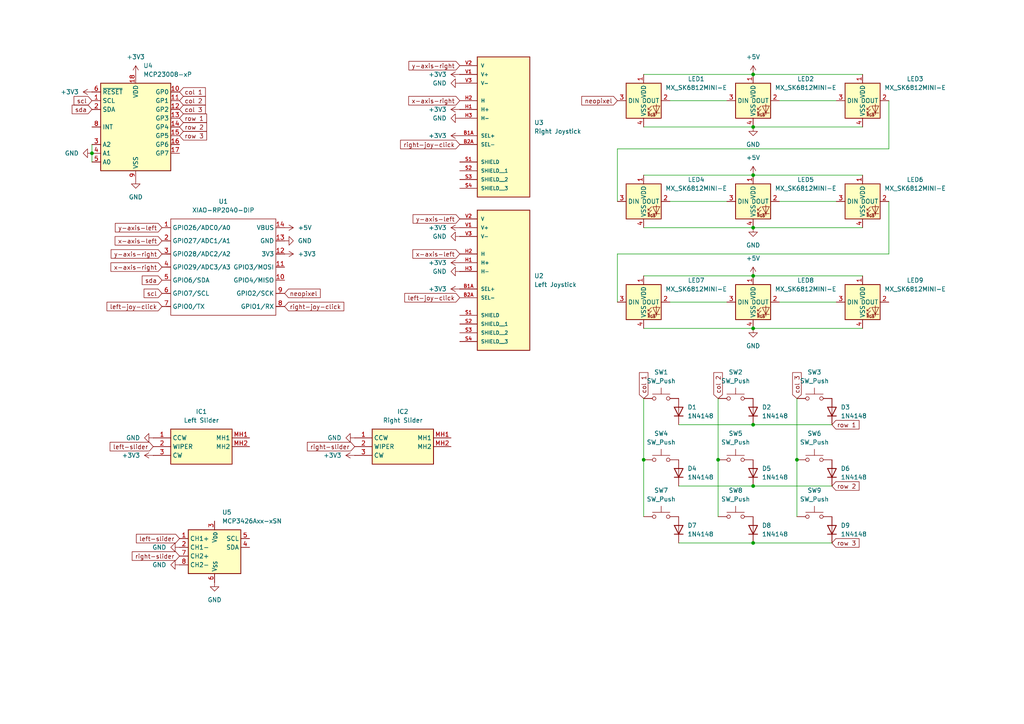
<source format=kicad_sch>
(kicad_sch (version 20231120) (generator "eeschema") (generator_version "8.0")
  (paper "A4")
  (lib_symbols
    (symbol "Analog_ADC:MCP3426Axx-xSN"
      (property "Reference" "U" (at -6.35 8.89 0))
      (property "Value" "MCP3426Axx-xSN" (at 1.27 8.89 0))
      (symbol "MCP3426Axx-xSN_0_1"
        (rectangle (start -7.62 7.62) (end 7.62 -5.08) (stroke (width 0.254)) (fill (type background)))
      )
      (symbol "MCP3426Axx-xSN_1_1"
        (pin input line (at -10.16 5.08 0) (length 2.54) (name "CH1+") (number "1"))
        (pin input line (at -10.16 2.54 0) (length 2.54) (name "CH1-") (number "2"))
        (pin power_in line (at 0 10.16 270) (length 2.54) (name "V_{DD}") (number "3"))
        (pin bidirectional line (at 10.16 2.54 180) (length 2.54) (name "SDA") (number "4"))
        (pin input line (at 10.16 5.08 180) (length 2.54) (name "SCL") (number "5"))
        (pin power_in line (at 0 -7.62 90) (length 2.54) (name "V_{SS}") (number "6"))
        (pin input line (at -10.16 0 0) (length 2.54) (name "CH2+") (number "7"))
        (pin input line (at -10.16 -2.54 0) (length 2.54) (name "CH2-") (number "8"))
      )
    )
    (symbol "COM-09032:COM-09032" (pin_names (offset 1.016))
      (property "Reference" "U" (at -7.62 16.002 0))
      (property "Value" "COM-09032" (at -7.62 -27.94 0))
      (symbol "COM-09032_0_0"
        (rectangle (start -7.62 -25.4) (end 7.62 15.24) (stroke (width 0.254)) (fill (type background)))
        (pin passive line (at -12.7 -7.62 0) (length 5.08) (name "SEL+") (number "B1A"))
        (pin passive line (at -12.7 -10.16 0) (length 5.08) (name "SEL-") (number "B2A"))
        (pin passive line (at -12.7 0 0) (length 5.08) (name "H+") (number "H1"))
        (pin passive line (at -12.7 2.54 0) (length 5.08) (name "H") (number "H2"))
        (pin passive line (at -12.7 -2.54 0) (length 5.08) (name "H-") (number "H3"))
        (pin passive line (at -12.7 -15.24 0) (length 5.08) (name "SHIELD") (number "S1"))
        (pin passive line (at -12.7 -17.78 0) (length 5.08) (name "SHIELD__1") (number "S2"))
        (pin passive line (at -12.7 -20.32 0) (length 5.08) (name "SHIELD__2") (number "S3"))
        (pin passive line (at -12.7 -22.86 0) (length 5.08) (name "SHIELD__3") (number "S4"))
        (pin passive line (at -12.7 10.16 0) (length 5.08) (name "V+") (number "V1"))
        (pin passive line (at -12.7 12.7 0) (length 5.08) (name "V") (number "V2"))
        (pin passive line (at -12.7 7.62 0) (length 5.08) (name "V-") (number "V3"))
      )
    )
    (symbol "Diode:1N4148" (pin_numbers hide) (pin_names hide)
      (property "Reference" "D" (at 0 2.54 0))
      (property "Value" "1N4148" (at 0 -2.54 0))
      (symbol "1N4148_0_1"
        (polyline (pts (xy -1.27 1.27) (xy -1.27 -1.27)) (stroke (width 0.254)))
        (polyline (pts (xy 1.27 0) (xy -1.27 0)))
        (polyline (pts (xy 1.27 1.27) (xy 1.27 -1.27) (xy -1.27 0) (xy 1.27 1.27)) (stroke (width 0.254)))
      )
      (symbol "1N4148_1_1"
        (pin passive line (at -3.81 0 0) (length 2.54) (name "K") (number "1"))
        (pin passive line (at 3.81 0 180) (length 2.54) (name "A") (number "2"))
      )
    )
    (symbol "Interface_Expansion:MCP23008-xP"
      (property "Reference" "U" (at -8.89 13.97 0))
      (property "Value" "MCP23008-xP" (at 8.89 13.97 0))
      (symbol "MCP23008-xP_0_1"
        (rectangle (start -10.16 12.7) (end 10.16 -12.7) (stroke (width 0.254)) (fill (type background)))
      )
      (symbol "MCP23008-xP_1_1"
        (pin input line (at -12.7 7.62 0) (length 2.54) (name "SCL") (number "1"))
        (pin bidirectional line (at 12.7 10.16 180) (length 2.54) (name "GP0") (number "10"))
        (pin bidirectional line (at 12.7 7.62 180) (length 2.54) (name "GP1") (number "11"))
        (pin bidirectional line (at 12.7 5.08 180) (length 2.54) (name "GP2") (number "12"))
        (pin bidirectional line (at 12.7 2.54 180) (length 2.54) (name "GP3") (number "13"))
        (pin bidirectional line (at 12.7 0 180) (length 2.54) (name "GP4") (number "14"))
        (pin bidirectional line (at 12.7 -2.54 180) (length 2.54) (name "GP5") (number "15"))
        (pin bidirectional line (at 12.7 -5.08 180) (length 2.54) (name "GP6") (number "16"))
        (pin bidirectional line (at 12.7 -7.62 180) (length 2.54) (name "GP7") (number "17"))
        (pin power_in line (at 0 15.24 270) (length 2.54) (name "VDD") (number "18"))
        (pin bidirectional line (at -12.7 5.08 0) (length 2.54) (name "SDA") (number "2"))
        (pin input line (at -12.7 -5.08 0) (length 2.54) (name "A2") (number "3"))
        (pin input line (at -12.7 -7.62 0) (length 2.54) (name "A1") (number "4"))
        (pin input line (at -12.7 -10.16 0) (length 2.54) (name "A0") (number "5"))
        (pin input line (at -12.7 10.16 0) (length 2.54) (name "~{RESET}") (number "6"))
        (pin no_connect line (at -10.16 -2.54 0) (length 2.54) hide (name "NC") (number "7"))
        (pin output line (at -12.7 0 0) (length 2.54) (name "INT") (number "8"))
        (pin power_in line (at 0 -15.24 90) (length 2.54) (name "VSS") (number "9"))
      )
    )
    (symbol "PCM_marbastlib-mx:MX_SK6812MINI-E"
      (property "Reference" "LED" (at 3.175 6.35 0))
      (property "Value" "MX_SK6812MINI-E" (at 10.16 -6.985 0))
      (symbol "MX_SK6812MINI-E_0_0"
        (text "RGB" (at 2.286 -4.191 0) (effects (font (size 0.762 0.762))))
      )
      (symbol "MX_SK6812MINI-E_0_1"
        (rectangle (start -5.08 5.08) (end 5.08 -5.08) (stroke (width 0.254)) (fill (type background)))
        (polyline (pts (xy 1.27 -3.556) (xy 1.778 -3.556)))
        (polyline (pts (xy 1.27 -2.54) (xy 1.778 -2.54)))
        (polyline (pts (xy 4.699 -3.556) (xy 2.667 -3.556)))
        (polyline (pts (xy 2.286 -2.54) (xy 1.27 -3.556) (xy 1.27 -3.048)))
        (polyline (pts (xy 2.286 -1.524) (xy 1.27 -2.54) (xy 1.27 -2.032)))
        (polyline (pts (xy 3.683 -1.016) (xy 3.683 -3.556) (xy 3.683 -4.064)))
        (polyline (pts (xy 4.699 -1.524) (xy 2.667 -1.524) (xy 3.683 -3.556) (xy 4.699 -1.524)))
      )
      (symbol "MX_SK6812MINI-E_1_1"
        (pin power_in line (at 0 7.62 270) (length 2.54) (name "VDD") (number "1"))
        (pin output line (at 7.62 0 180) (length 2.54) (name "DOUT") (number "2"))
        (pin input line (at -7.62 0 0) (length 2.54) (name "DIN") (number "3"))
        (pin power_in line (at 0 -7.62 90) (length 2.54) (name "VSS") (number "4"))
      )
    )
    (symbol "RS30111AC00V:RS30111AC00V"
      (property "Reference" "IC" (at 24.13 7.62 0))
      (property "Value" "RS30111AC00V" (at 24.13 5.08 0))
      (symbol "RS30111AC00V_1_1"
        (rectangle (start 5.08 2.54) (end 22.86 -7.62) (stroke (width 0.254)) (fill (type background)))
        (pin passive line (at 0 0 0) (length 5.08) (name "CCW") (number "1"))
        (pin passive line (at 0 -2.54 0) (length 5.08) (name "WIPER") (number "2"))
        (pin passive line (at 0 -5.08 0) (length 5.08) (name "CW") (number "3"))
        (pin passive line (at 27.94 0 180) (length 5.08) (name "MH1") (number "MH1"))
        (pin passive line (at 27.94 -2.54 180) (length 5.08) (name "MH2") (number "MH2"))
      )
    )
    (symbol "Seeed_Studio_XIAO_Series:XIAO-RP2040-DIP"
      (property "Reference" "U" (at 0 0 0))
      (property "Value" "XIAO-RP2040-DIP" (at 5.334 -1.778 0))
      (symbol "XIAO-RP2040-DIP_1_0"
        (polyline (pts (xy -1.27 -30.48) (xy -1.27 -16.51)) (stroke (width 0.1524)))
        (polyline (pts (xy -1.27 -27.94) (xy -2.54 -27.94)) (stroke (width 0.1524)))
        (polyline (pts (xy -1.27 -24.13) (xy -2.54 -24.13)) (stroke (width 0.1524)))
        (polyline (pts (xy -1.27 -20.32) (xy -2.54 -20.32)) (stroke (width 0.1524)))
        (polyline (pts (xy -1.27 -16.51) (xy -2.54 -16.51)) (stroke (width 0.1524)))
        (polyline (pts (xy -1.27 -16.51) (xy -1.27 -12.7)) (stroke (width 0.1524)))
        (polyline (pts (xy -1.27 -12.7) (xy -2.54 -12.7)) (stroke (width 0.1524)))
        (polyline (pts (xy -1.27 -12.7) (xy -1.27 -8.89)) (stroke (width 0.1524)))
        (polyline (pts (xy -1.27 -8.89) (xy -2.54 -8.89)) (stroke (width 0.1524)))
        (polyline (pts (xy -1.27 -8.89) (xy -1.27 -5.08)) (stroke (width 0.1524)))
        (polyline (pts (xy -1.27 -5.08) (xy -2.54 -5.08)) (stroke (width 0.1524)))
        (polyline (pts (xy -1.27 -5.08) (xy -1.27 -2.54)) (stroke (width 0.1524)))
        (polyline (pts (xy -1.27 -2.54) (xy 29.21 -2.54)) (stroke (width 0.1524)))
        (polyline (pts (xy 29.21 -30.48) (xy -1.27 -30.48)) (stroke (width 0.1524)))
        (polyline (pts (xy 29.21 -12.7) (xy 29.21 -30.48)) (stroke (width 0.1524)))
        (polyline (pts (xy 29.21 -8.89) (xy 29.21 -12.7)) (stroke (width 0.1524)))
        (polyline (pts (xy 29.21 -5.08) (xy 29.21 -8.89)) (stroke (width 0.1524)))
        (polyline (pts (xy 29.21 -2.54) (xy 29.21 -5.08)) (stroke (width 0.1524)))
        (polyline (pts (xy 30.48 -27.94) (xy 29.21 -27.94)) (stroke (width 0.1524)))
        (polyline (pts (xy 30.48 -24.13) (xy 29.21 -24.13)) (stroke (width 0.1524)))
        (polyline (pts (xy 30.48 -20.32) (xy 29.21 -20.32)) (stroke (width 0.1524)))
        (polyline (pts (xy 30.48 -16.51) (xy 29.21 -16.51)) (stroke (width 0.1524)))
        (polyline (pts (xy 30.48 -12.7) (xy 29.21 -12.7)) (stroke (width 0.1524)))
        (polyline (pts (xy 30.48 -8.89) (xy 29.21 -8.89)) (stroke (width 0.1524)))
        (polyline (pts (xy 30.48 -5.08) (xy 29.21 -5.08)) (stroke (width 0.1524)))
        (pin passive line (at -3.81 -5.08 0) (length 2.54) (name "GPIO26/ADC0/A0") (number "1"))
        (pin passive line (at 31.75 -20.32 180) (length 2.54) (name "GPIO4/MISO") (number "10"))
        (pin passive line (at 31.75 -16.51 180) (length 2.54) (name "GPIO3/MOSI") (number "11"))
        (pin passive line (at 31.75 -12.7 180) (length 2.54) (name "3V3") (number "12"))
        (pin passive line (at 31.75 -8.89 180) (length 2.54) (name "GND") (number "13"))
        (pin passive line (at 31.75 -5.08 180) (length 2.54) (name "VBUS") (number "14"))
        (pin passive line (at -3.81 -8.89 0) (length 2.54) (name "GPIO27/ADC1/A1") (number "2"))
        (pin passive line (at -3.81 -12.7 0) (length 2.54) (name "GPIO28/ADC2/A2") (number "3"))
        (pin passive line (at -3.81 -16.51 0) (length 2.54) (name "GPIO29/ADC3/A3") (number "4"))
        (pin passive line (at -3.81 -20.32 0) (length 2.54) (name "GPIO6/SDA") (number "5"))
        (pin passive line (at -3.81 -24.13 0) (length 2.54) (name "GPIO7/SCL") (number "6"))
        (pin passive line (at -3.81 -27.94 0) (length 2.54) (name "GPIO0/TX") (number "7"))
        (pin passive line (at 31.75 -27.94 180) (length 2.54) (name "GPIO1/RX") (number "8"))
        (pin passive line (at 31.75 -24.13 180) (length 2.54) (name "GPIO2/SCK") (number "9"))
      )
    )
    (symbol "Switch:SW_Push" (pin_numbers hide) (pin_names (offset 1.016) hide)
      (property "Reference" "SW" (at 1.27 2.54 0))
      (property "Value" "SW_Push" (at 0 -1.524 0))
      (symbol "SW_Push_0_1"
        (circle (center -2.032 0) (radius 0.508))
        (polyline (pts (xy 0 1.27) (xy 0 3.048)))
        (polyline (pts (xy 2.54 1.27) (xy -2.54 1.27)))
        (circle (center 2.032 0) (radius 0.508))
        (pin passive line (at -5.08 0 0) (length 2.54) (name "1") (number "1"))
        (pin passive line (at 5.08 0 180) (length 2.54) (name "2") (number "2"))
      )
    )
    (symbol "power:+3V3" (power) (pin_numbers hide) (pin_names (offset 0) hide)
      (property "Value" "+3V3" (at 0 3.556 0))
      (symbol "+3V3_0_1"
        (polyline (pts (xy -0.762 1.27) (xy 0 2.54)))
        (polyline (pts (xy 0 0) (xy 0 2.54)))
        (polyline (pts (xy 0 2.54) (xy 0.762 1.27)))
      )
      (symbol "+3V3_1_1"
        (pin power_in line (at 0 0 90) (length 0) (name "~") (number "1"))
      )
    )
    (symbol "power:+5V" (power) (pin_numbers hide) (pin_names (offset 0) hide)
      (property "Value" "+5V" (at 0 3.556 0))
      (symbol "+5V_0_1"
        (polyline (pts (xy -0.762 1.27) (xy 0 2.54)))
        (polyline (pts (xy 0 0) (xy 0 2.54)))
        (polyline (pts (xy 0 2.54) (xy 0.762 1.27)))
      )
      (symbol "+5V_1_1"
        (pin power_in line (at 0 0 90) (length 0) (name "~") (number "1"))
      )
    )
    (symbol "power:GND" (power) (pin_numbers hide) (pin_names (offset 0) hide)
      (property "Value" "GND" (at 0 -3.81 0))
      (symbol "GND_0_1"
        (polyline (pts (xy 0 0) (xy 0 -1.27) (xy 1.27 -1.27) (xy 0 -2.54) (xy -1.27 -1.27) (xy 0 -1.27)))
      )
      (symbol "GND_1_1"
        (pin power_in line (at 0 0 270) (length 0) (name "~") (number "1"))
      )
    )
  )
  (junction (at 218.44 80.01))
  (junction (at 218.44 21.59))
  (junction (at 208.28 133.35))
  (junction (at 26.67 44.45))
  (junction (at 218.44 140.97))
  (junction (at 218.44 36.83))
  (junction (at 218.44 123.19))
  (junction (at 231.14 133.35))
  (junction (at 218.44 50.8))
  (junction (at 218.44 157.48))
  (junction (at 218.44 66.04))
  (junction (at 218.44 95.25))
  (junction (at 186.69 133.35))
  (wire (pts (xy 186.69 133.35) (xy 186.69 149.86)))
  (wire (pts (xy 226.06 58.42) (xy 242.57 58.42)))
  (wire (pts (xy 218.44 123.19) (xy 241.3 123.19)))
  (wire (pts (xy 186.69 80.01) (xy 218.44 80.01)))
  (wire (pts (xy 186.69 50.8) (xy 218.44 50.8)))
  (wire (pts (xy 257.81 29.21) (xy 257.81 43.18)))
  (wire (pts (xy 257.81 73.66) (xy 179.07 73.66)))
  (wire (pts (xy 226.06 29.21) (xy 242.57 29.21)))
  (wire (pts (xy 179.07 73.66) (xy 179.07 87.63)))
  (wire (pts (xy 208.28 133.35) (xy 208.28 149.86)))
  (wire (pts (xy 231.14 133.35) (xy 231.14 149.86)))
  (wire (pts (xy 218.44 95.25) (xy 250.19 95.25)))
  (wire (pts (xy 26.67 44.45) (xy 26.67 46.99)))
  (wire (pts (xy 26.67 41.91) (xy 26.67 44.45)))
  (wire (pts (xy 196.85 123.19) (xy 218.44 123.19)))
  (wire (pts (xy 186.69 115.57) (xy 186.69 133.35)))
  (wire (pts (xy 179.07 43.18) (xy 179.07 58.42)))
  (wire (pts (xy 194.31 87.63) (xy 210.82 87.63)))
  (wire (pts (xy 231.14 115.57) (xy 231.14 133.35)))
  (wire (pts (xy 218.44 50.8) (xy 250.19 50.8)))
  (wire (pts (xy 218.44 66.04) (xy 250.19 66.04)))
  (wire (pts (xy 194.31 58.42) (xy 210.82 58.42)))
  (wire (pts (xy 194.31 29.21) (xy 210.82 29.21)))
  (wire (pts (xy 218.44 36.83) (xy 250.19 36.83)))
  (wire (pts (xy 257.81 43.18) (xy 179.07 43.18)))
  (wire (pts (xy 186.69 66.04) (xy 218.44 66.04)))
  (wire (pts (xy 218.44 80.01) (xy 250.19 80.01)))
  (wire (pts (xy 196.85 140.97) (xy 218.44 140.97)))
  (wire (pts (xy 257.81 58.42) (xy 257.81 73.66)))
  (wire (pts (xy 186.69 95.25) (xy 218.44 95.25)))
  (wire (pts (xy 186.69 21.59) (xy 218.44 21.59)))
  (wire (pts (xy 208.28 115.57) (xy 208.28 133.35)))
  (wire (pts (xy 218.44 21.59) (xy 250.19 21.59)))
  (wire (pts (xy 196.85 157.48) (xy 218.44 157.48)))
  (wire (pts (xy 218.44 157.48) (xy 241.3 157.48)))
  (wire (pts (xy 226.06 87.63) (xy 242.57 87.63)))
  (wire (pts (xy 186.69 36.83) (xy 218.44 36.83)))
  (wire (pts (xy 218.44 140.97) (xy 241.3 140.97)))
  (global_label "y-axis-left" (shape input) (at 133.35 63.5 180) (property "Intersheetrefs" "${INTERSHEET_REFS}" (effects (hide yes))))
  (global_label "scl" (shape input) (at 46.99 85.09 180) (property "Intersheetrefs" "${INTERSHEET_REFS}" (effects (hide yes))))
  (global_label "right-joy-click" (shape input) (at 133.35 41.91 180) (property "Intersheetrefs" "${INTERSHEET_REFS}" (effects (hide yes))))
  (global_label "y-axis-right" (shape input) (at 46.99 73.66 180) (property "Intersheetrefs" "${INTERSHEET_REFS}" (effects (hide yes))))
  (global_label "scl" (shape input) (at 26.67 29.21 180) (property "Intersheetrefs" "${INTERSHEET_REFS}" (effects (hide yes))))
  (global_label "row 1" (shape input) (at 52.07 34.29 0) (property "Intersheetrefs" "${INTERSHEET_REFS}" (effects (hide yes))))
  (global_label "row 3" (shape input) (at 241.3 157.48 0) (property "Intersheetrefs" "${INTERSHEET_REFS}" (effects (hide yes))))
  (global_label "col 3" (shape input) (at 52.07 31.75 0) (property "Intersheetrefs" "${INTERSHEET_REFS}" (effects (hide yes))))
  (global_label "x-axis-right" (shape input) (at 133.35 29.21 180) (property "Intersheetrefs" "${INTERSHEET_REFS}" (effects (hide yes))))
  (global_label "x-axis-left" (shape input) (at 46.99 69.85 180) (property "Intersheetrefs" "${INTERSHEET_REFS}" (effects (hide yes))))
  (global_label "right-slider" (shape input) (at 52.07 161.29 180) (property "Intersheetrefs" "${INTERSHEET_REFS}" (effects (hide yes))))
  (global_label "sda" (shape input) (at 26.67 31.75 180) (property "Intersheetrefs" "${INTERSHEET_REFS}" (effects (hide yes))))
  (global_label "sda" (shape input) (at 46.99 81.28 180) (property "Intersheetrefs" "${INTERSHEET_REFS}" (effects (hide yes))))
  (global_label "x-axis-right" (shape input) (at 46.99 77.47 180) (property "Intersheetrefs" "${INTERSHEET_REFS}" (effects (hide yes))))
  (global_label "col 1" (shape input) (at 186.69 115.57 90) (property "Intersheetrefs" "${INTERSHEET_REFS}" (effects (hide yes))))
  (global_label "x-axis-left" (shape input) (at 133.35 73.66 180) (property "Intersheetrefs" "${INTERSHEET_REFS}" (effects (hide yes))))
  (global_label "col 2" (shape input) (at 52.07 29.21 0) (property "Intersheetrefs" "${INTERSHEET_REFS}" (effects (hide yes))))
  (global_label "row 2" (shape input) (at 52.07 36.83 0) (property "Intersheetrefs" "${INTERSHEET_REFS}" (effects (hide yes))))
  (global_label "left-slider" (shape input) (at 52.07 156.21 180) (property "Intersheetrefs" "${INTERSHEET_REFS}" (effects (hide yes))))
  (global_label "y-axis-right" (shape input) (at 133.35 19.05 180) (property "Intersheetrefs" "${INTERSHEET_REFS}" (effects (hide yes))))
  (global_label "left-joy-click" (shape input) (at 46.99 88.9 180) (property "Intersheetrefs" "${INTERSHEET_REFS}" (effects (hide yes))))
  (global_label "row 1" (shape input) (at 241.3 123.19 0) (property "Intersheetrefs" "${INTERSHEET_REFS}" (effects (hide yes))))
  (global_label "col 1" (shape input) (at 52.07 26.67 0) (property "Intersheetrefs" "${INTERSHEET_REFS}" (effects (hide yes))))
  (global_label "col 2" (shape input) (at 208.28 115.57 90) (property "Intersheetrefs" "${INTERSHEET_REFS}" (effects (hide yes))))
  (global_label "neopixel" (shape input) (at 179.07 29.21 180) (property "Intersheetrefs" "${INTERSHEET_REFS}" (effects (hide yes))))
  (global_label "y-axis-left" (shape input) (at 46.99 66.04 180) (property "Intersheetrefs" "${INTERSHEET_REFS}" (effects (hide yes))))
  (global_label "col 3" (shape input) (at 231.14 115.57 90) (property "Intersheetrefs" "${INTERSHEET_REFS}" (effects (hide yes))))
  (global_label "row 3" (shape input) (at 52.07 39.37 0) (property "Intersheetrefs" "${INTERSHEET_REFS}" (effects (hide yes))))
  (global_label "left-joy-click" (shape input) (at 133.35 86.36 180) (property "Intersheetrefs" "${INTERSHEET_REFS}" (effects (hide yes))))
  (global_label "neopixel" (shape input) (at 82.55 85.09 0) (property "Intersheetrefs" "${INTERSHEET_REFS}" (effects (hide yes))))
  (global_label "right-joy-click" (shape input) (at 82.55 88.9 0) (property "Intersheetrefs" "${INTERSHEET_REFS}" (effects (hide yes))))
  (global_label "row 2" (shape input) (at 241.3 140.97 0) (property "Intersheetrefs" "${INTERSHEET_REFS}" (effects (hide yes))))
  (global_label "right-slider" (shape input) (at 102.87 129.54 180) (property "Intersheetrefs" "${INTERSHEET_REFS}" (effects (hide yes))))
  (global_label "left-slider" (shape input) (at 44.45 129.54 180) (property "Intersheetrefs" "${INTERSHEET_REFS}" (effects (hide yes))))
  (symbol (lib_id "power:+3V3") (at 133.35 83.82 90) (unit 1)
    (property "Reference" "#PWR07" (effects (hide yes)))
    (property "Value" "+3V3" (at 129.54 83.8199 90) (effects (justify left)))
    (property "Description" "Power symbol creates a global label with name \"+3V3\"" (effects (hide yes)))
  )
  (symbol (lib_id "power:GND") (at 52.07 158.75 270) (unit 1)
    (property "Reference" "#PWR021" (effects (hide yes)))
    (property "Value" "GND" (at 48.26 158.7499 90) (effects (justify right)))
    (property "Description" "Power symbol creates a global label with name \"GND\" , ground" (effects (hide yes)))
  )
  (symbol (lib_id "Diode:1N4148") (at 218.44 119.38 90) (unit 1)
    (property "Reference" "D2" (at 220.98 118.1099 90) (effects (justify right)))
    (property "Value" "1N4148" (at 220.98 120.6499 90) (effects (justify right)))
    (property "Footprint" "Diode_THT:D_DO-35_SOD27_P7.62mm_Horizontal" (effects (hide yes)))
    (property "Datasheet" "https://assets.nexperia.com/documents/data-sheet/1N4148_1N4448.pdf" (effects (hide yes)))
    (property "Description" "100V 0.15A standard switching diode, DO-35" (effects (hide yes)))
    (property "Sim.Device" "D" (effects (hide yes)))
    (property "Sim.Pins" "1=K 2=A" (effects (hide yes)))
  )
  (symbol (lib_id "Diode:1N4148") (at 196.85 137.16 90) (unit 1)
    (property "Reference" "D4" (at 199.39 135.8899 90) (effects (justify right)))
    (property "Value" "1N4148" (at 199.39 138.4299 90) (effects (justify right)))
    (property "Footprint" "Diode_THT:D_DO-35_SOD27_P7.62mm_Horizontal" (effects (hide yes)))
    (property "Datasheet" "https://assets.nexperia.com/documents/data-sheet/1N4148_1N4448.pdf" (effects (hide yes)))
    (property "Description" "100V 0.15A standard switching diode, DO-35" (effects (hide yes)))
    (property "Sim.Device" "D" (effects (hide yes)))
    (property "Sim.Pins" "1=K 2=A" (effects (hide yes)))
  )
  (symbol (lib_id "Diode:1N4148") (at 241.3 137.16 90) (unit 1)
    (property "Reference" "D6" (at 243.84 135.8899 90) (effects (justify right)))
    (property "Value" "1N4148" (at 243.84 138.4299 90) (effects (justify right)))
    (property "Footprint" "Diode_THT:D_DO-35_SOD27_P7.62mm_Horizontal" (effects (hide yes)))
    (property "Datasheet" "https://assets.nexperia.com/documents/data-sheet/1N4148_1N4448.pdf" (effects (hide yes)))
    (property "Description" "100V 0.15A standard switching diode, DO-35" (effects (hide yes)))
    (property "Sim.Device" "D" (effects (hide yes)))
    (property "Sim.Pins" "1=K 2=A" (effects (hide yes)))
  )
  (symbol (lib_id "COM-09032:COM-09032") (at 146.05 31.75 0) (unit 1)
    (property "Reference" "U3" (at 154.94 35.5599 0) (effects (justify left)))
    (property "Value" "Right Joystick" (at 154.94 38.0999 0) (effects (justify left)))
    (property "Footprint" "digikey:XDCR_COM-09032" (effects (hide yes)))
    (property "PARTREV" "N/A" (effects (hide yes)))
    (property "STANDARD" "Manufacturer Recommendations" (effects (hide yes)))
    (property "MAXIMUM_PACKAGE_HEIGHT" "30.1mm" (effects (hide yes)))
    (property "MANUFACTURER" "SparkFun Electronics" (effects (hide yes)))
  )
  (symbol (lib_id "Diode:1N4148") (at 196.85 153.67 90) (unit 1)
    (property "Reference" "D7" (at 199.39 152.3999 90) (effects (justify right)))
    (property "Value" "1N4148" (at 199.39 154.9399 90) (effects (justify right)))
    (property "Footprint" "Diode_THT:D_DO-35_SOD27_P7.62mm_Horizontal" (effects (hide yes)))
    (property "Datasheet" "https://assets.nexperia.com/documents/data-sheet/1N4148_1N4448.pdf" (effects (hide yes)))
    (property "Description" "100V 0.15A standard switching diode, DO-35" (effects (hide yes)))
    (property "Sim.Device" "D" (effects (hide yes)))
    (property "Sim.Pins" "1=K 2=A" (effects (hide yes)))
  )
  (symbol (lib_id "PCM_marbastlib-mx:MX_SK6812MINI-E") (at 250.19 29.21 0) (unit 1)
    (property "Reference" "LED3" (at 265.43 22.8914 0))
    (property "Value" "MX_SK6812MINI-E" (at 265.43 25.4314 0))
    (property "Footprint" "PCM_marbastlib-mx:LED_MX_6028R" (effects (hide yes)))
    (property "Description" "Reverse mount adressable LED (WS2812 protocol)" (effects (hide yes)))
  )
  (symbol (lib_id "power:GND") (at 218.44 95.25 0) (unit 1)
    (property "Reference" "#PWR030" (effects (hide yes)))
    (property "Value" "GND" (at 218.44 100.33 0))
    (property "Description" "Power symbol creates a global label with name \"GND\" , ground" (effects (hide yes)))
  )
  (symbol (lib_id "RS30111AC00V:RS30111AC00V") (at 44.45 127 0) (unit 1)
    (property "Reference" "IC1" (at 58.42 119.38 0))
    (property "Value" "Left Slider" (at 58.42 121.92 0))
    (property "Footprint" "mouser:RS30111AC00V" (effects (hide yes)))
    (property "Datasheet" "https://tech.alpsalpine.com/e/delete/pdf/potentiometer/slidepotentiometers/rs__1/rs__1.pdf" (effects (hide yes)))
    (property "Description" "Res POT 10K Ohm 20% (45 X 8 X 17mm) Pin Thru-Hole Automotive Tray" (effects (hide yes)))
    (property "Height" "17" (effects (hide yes)))
    (property "Mouser Part Number" "688-RS30111AC00V" (effects (hide yes)))
    (property "Mouser Price/Stock" "https://www.mouser.co.uk/ProductDetail/ALPS/RS30111AC00V?qs=6EGMNY9ZYDSyojvX64845g%3D%3D" (effects (hide yes)))
    (property "Manufacturer_Name" "ALPS Electric" (effects (hide yes)))
    (property "Manufacturer_Part_Number" "RS30111AC00V" (effects (hide yes)))
  )
  (symbol (lib_id "power:GND") (at 218.44 36.83 0) (unit 1)
    (property "Reference" "#PWR026" (effects (hide yes)))
    (property "Value" "GND" (at 218.44 41.91 0))
    (property "Description" "Power symbol creates a global label with name \"GND\" , ground" (effects (hide yes)))
  )
  (symbol (lib_id "power:+3V3") (at 44.45 132.08 90) (unit 1)
    (property "Reference" "#PWR014" (effects (hide yes)))
    (property "Value" "+3V3" (at 40.64 132.0799 90) (effects (justify left)))
    (property "Description" "Power symbol creates a global label with name \"+3V3\"" (effects (hide yes)))
  )
  (symbol (lib_id "PCM_marbastlib-mx:MX_SK6812MINI-E") (at 186.69 58.42 0) (unit 1)
    (property "Reference" "LED4" (at 201.93 52.1014 0))
    (property "Value" "MX_SK6812MINI-E" (at 201.93 54.6414 0))
    (property "Footprint" "PCM_marbastlib-mx:LED_MX_6028R" (effects (hide yes)))
    (property "Description" "Reverse mount adressable LED (WS2812 protocol)" (effects (hide yes)))
  )
  (symbol (lib_id "power:+3V3") (at 133.35 76.2 90) (unit 1)
    (property "Reference" "#PWR05" (effects (hide yes)))
    (property "Value" "+3V3" (at 129.54 76.1999 90) (effects (justify left)))
    (property "Description" "Power symbol creates a global label with name \"+3V3\"" (effects (hide yes)))
  )
  (symbol (lib_id "Switch:SW_Push") (at 236.22 149.86 0) (unit 1)
    (property "Reference" "SW9" (at 236.22 142.24 0))
    (property "Value" "SW_Push" (at 236.22 144.78 0))
    (property "Footprint" "PCM_Switch_Keyboard_Cherry_MX:SW_Cherry_MX_PCB_1.00u" (effects (hide yes)))
    (property "Description" "Push button switch, generic, two pins" (effects (hide yes)))
  )
  (symbol (lib_id "power:+5V") (at 218.44 50.8 0) (unit 1)
    (property "Reference" "#PWR027" (effects (hide yes)))
    (property "Value" "+5V" (at 218.44 45.72 0))
    (property "Description" "Power symbol creates a global label with name \"+5V\"" (effects (hide yes)))
  )
  (symbol (lib_id "Analog_ADC:MCP3426Axx-xSN") (at 62.23 161.29 0) (unit 1)
    (property "Reference" "U5" (at 64.4241 148.59 0) (effects (justify left)))
    (property "Value" "MCP3426Axx-xSN" (at 64.4241 151.13 0) (effects (justify left)))
    (property "Footprint" "Package_SO:SOIC-8_3.9x4.9mm_P1.27mm" (effects (hide yes)))
    (property "Datasheet" "http://ww1.microchip.com/downloads/en/DeviceDoc/22226a.pdf" (effects (hide yes)))
    (property "Description" "16-Bit, Multi-Channel ΔΣ Analog-to-Digital Converter with I2C Interface and On-Board Reference, SOIC-8" (effects (hide yes)))
  )
  (symbol (lib_id "power:+3V3") (at 133.35 31.75 90) (unit 1)
    (property "Reference" "#PWR010" (effects (hide yes)))
    (property "Value" "+3V3" (at 129.54 31.7499 90) (effects (justify left)))
    (property "Description" "Power symbol creates a global label with name \"+3V3\"" (effects (hide yes)))
  )
  (symbol (lib_id "power:+3V3") (at 39.37 21.59 0) (unit 1)
    (property "Reference" "#PWR018" (effects (hide yes)))
    (property "Value" "+3V3" (at 39.37 16.51 0))
    (property "Description" "Power symbol creates a global label with name \"+3V3\"" (effects (hide yes)))
  )
  (symbol (lib_id "power:GND") (at 102.87 127 270) (unit 1)
    (property "Reference" "#PWR015" (effects (hide yes)))
    (property "Value" "GND" (at 99.06 126.9999 90) (effects (justify right)))
    (property "Description" "Power symbol creates a global label with name \"GND\" , ground" (effects (hide yes)))
  )
  (symbol (lib_id "power:+5V") (at 82.55 66.04 270) (unit 1)
    (property "Reference" "#PWR025" (effects (hide yes)))
    (property "Value" "+5V" (at 86.36 66.0399 90) (effects (justify left)))
    (property "Description" "Power symbol creates a global label with name \"+5V\"" (effects (hide yes)))
  )
  (symbol (lib_id "RS30111AC00V:RS30111AC00V") (at 102.87 127 0) (unit 1)
    (property "Reference" "IC2" (at 116.84 119.38 0))
    (property "Value" "Right Slider" (at 116.84 121.92 0))
    (property "Footprint" "mouser:RS30111AC00V" (effects (hide yes)))
    (property "Datasheet" "https://tech.alpsalpine.com/e/delete/pdf/potentiometer/slidepotentiometers/rs__1/rs__1.pdf" (effects (hide yes)))
    (property "Description" "Res POT 10K Ohm 20% (45 X 8 X 17mm) Pin Thru-Hole Automotive Tray" (effects (hide yes)))
    (property "Height" "17" (effects (hide yes)))
    (property "Mouser Part Number" "688-RS30111AC00V" (effects (hide yes)))
    (property "Mouser Price/Stock" "https://www.mouser.co.uk/ProductDetail/ALPS/RS30111AC00V?qs=6EGMNY9ZYDSyojvX64845g%3D%3D" (effects (hide yes)))
    (property "Manufacturer_Name" "ALPS Electric" (effects (hide yes)))
    (property "Manufacturer_Part_Number" "RS30111AC00V" (effects (hide yes)))
  )
  (symbol (lib_id "Switch:SW_Push") (at 191.77 133.35 0) (unit 1)
    (property "Reference" "SW4" (at 191.77 125.73 0))
    (property "Value" "SW_Push" (at 191.77 128.27 0))
    (property "Footprint" "PCM_Switch_Keyboard_Cherry_MX:SW_Cherry_MX_PCB_1.00u" (effects (hide yes)))
    (property "Description" "Push button switch, generic, two pins" (effects (hide yes)))
  )
  (symbol (lib_id "Diode:1N4148") (at 218.44 137.16 90) (unit 1)
    (property "Reference" "D5" (at 220.98 135.8899 90) (effects (justify right)))
    (property "Value" "1N4148" (at 220.98 138.4299 90) (effects (justify right)))
    (property "Footprint" "Diode_THT:D_DO-35_SOD27_P7.62mm_Horizontal" (effects (hide yes)))
    (property "Datasheet" "https://assets.nexperia.com/documents/data-sheet/1N4148_1N4448.pdf" (effects (hide yes)))
    (property "Description" "100V 0.15A standard switching diode, DO-35" (effects (hide yes)))
    (property "Sim.Device" "D" (effects (hide yes)))
    (property "Sim.Pins" "1=K 2=A" (effects (hide yes)))
  )
  (symbol (lib_id "Interface_Expansion:MCP23008-xP") (at 39.37 36.83 0) (unit 1)
    (property "Reference" "U4" (at 41.5641 19.05 0) (effects (justify left)))
    (property "Value" "MCP23008-xP" (at 41.5641 21.59 0) (effects (justify left)))
    (property "Footprint" "Package_DIP:DIP-18_W7.62mm" (effects (hide yes)))
    (property "Datasheet" "http://ww1.microchip.com/downloads/en/DeviceDoc/MCP23008-MCP23S08-Data-Sheet-20001919F.pdf" (effects (hide yes)))
    (property "Description" "8-bit I/O expander, I2C, interrupts, PDIP-18" (effects (hide yes)))
  )
  (symbol (lib_id "Switch:SW_Push") (at 213.36 133.35 0) (unit 1)
    (property "Reference" "SW5" (at 213.36 125.73 0))
    (property "Value" "SW_Push" (at 213.36 128.27 0))
    (property "Footprint" "PCM_Switch_Keyboard_Cherry_MX:SW_Cherry_MX_PCB_1.00u" (effects (hide yes)))
    (property "Description" "Push button switch, generic, two pins" (effects (hide yes)))
  )
  (symbol (lib_id "power:GND") (at 218.44 66.04 0) (unit 1)
    (property "Reference" "#PWR028" (effects (hide yes)))
    (property "Value" "GND" (at 218.44 71.12 0))
    (property "Description" "Power symbol creates a global label with name \"GND\" , ground" (effects (hide yes)))
  )
  (symbol (lib_id "PCM_marbastlib-mx:MX_SK6812MINI-E") (at 218.44 29.21 0) (unit 1)
    (property "Reference" "LED2" (at 233.68 22.8914 0))
    (property "Value" "MX_SK6812MINI-E" (at 233.68 25.4314 0))
    (property "Footprint" "PCM_marbastlib-mx:LED_MX_6028R" (effects (hide yes)))
    (property "Description" "Reverse mount adressable LED (WS2812 protocol)" (effects (hide yes)))
  )
  (symbol (lib_id "power:+5V") (at 218.44 80.01 0) (unit 1)
    (property "Reference" "#PWR029" (effects (hide yes)))
    (property "Value" "+5V" (at 218.44 74.93 0))
    (property "Description" "Power symbol creates a global label with name \"+5V\"" (effects (hide yes)))
  )
  (symbol (lib_id "Switch:SW_Push") (at 191.77 149.86 0) (unit 1)
    (property "Reference" "SW7" (at 191.77 142.24 0))
    (property "Value" "SW_Push" (at 191.77 144.78 0))
    (property "Footprint" "PCM_Switch_Keyboard_Cherry_MX:SW_Cherry_MX_PCB_1.00u" (effects (hide yes)))
    (property "Description" "Push button switch, generic, two pins" (effects (hide yes)))
  )
  (symbol (lib_id "power:+3V3") (at 133.35 21.59 90) (unit 1)
    (property "Reference" "#PWR08" (effects (hide yes)))
    (property "Value" "+3V3" (at 129.54 21.5899 90) (effects (justify left)))
    (property "Description" "Power symbol creates a global label with name \"+3V3\"" (effects (hide yes)))
  )
  (symbol (lib_id "power:GND") (at 26.67 44.45 270) (unit 1)
    (property "Reference" "#PWR020" (effects (hide yes)))
    (property "Value" "GND" (at 22.86 44.4499 90) (effects (justify right)))
    (property "Description" "Power symbol creates a global label with name \"GND\" , ground" (effects (hide yes)))
  )
  (symbol (lib_id "power:+5V") (at 218.44 21.59 0) (unit 1)
    (property "Reference" "#PWR024" (effects (hide yes)))
    (property "Value" "+5V" (at 218.44 16.51 0))
    (property "Description" "Power symbol creates a global label with name \"+5V\"" (effects (hide yes)))
  )
  (symbol (lib_id "power:GND") (at 133.35 78.74 270) (unit 1)
    (property "Reference" "#PWR06" (effects (hide yes)))
    (property "Value" "GND" (at 129.54 78.7399 90) (effects (justify right)))
    (property "Description" "Power symbol creates a global label with name \"GND\" , ground" (effects (hide yes)))
  )
  (symbol (lib_id "Switch:SW_Push") (at 213.36 115.57 0) (unit 1)
    (property "Reference" "SW2" (at 213.36 107.95 0))
    (property "Value" "SW_Push" (at 213.36 110.49 0))
    (property "Footprint" "PCM_Switch_Keyboard_Cherry_MX:SW_Cherry_MX_PCB_1.00u" (effects (hide yes)))
    (property "Description" "Push button switch, generic, two pins" (effects (hide yes)))
  )
  (symbol (lib_id "PCM_marbastlib-mx:MX_SK6812MINI-E") (at 250.19 58.42 0) (unit 1)
    (property "Reference" "LED6" (at 265.43 52.1014 0))
    (property "Value" "MX_SK6812MINI-E" (at 265.43 54.6414 0))
    (property "Footprint" "PCM_marbastlib-mx:LED_MX_6028R" (effects (hide yes)))
    (property "Description" "Reverse mount adressable LED (WS2812 protocol)" (effects (hide yes)))
  )
  (symbol (lib_id "COM-09032:COM-09032") (at 146.05 76.2 0) (unit 1)
    (property "Reference" "U2" (at 154.94 80.0099 0) (effects (justify left)))
    (property "Value" "Left Joystick" (at 154.94 82.5499 0) (effects (justify left)))
    (property "Footprint" "digikey:XDCR_COM-09032" (effects (hide yes)))
    (property "PARTREV" "N/A" (effects (hide yes)))
    (property "STANDARD" "Manufacturer Recommendations" (effects (hide yes)))
    (property "MAXIMUM_PACKAGE_HEIGHT" "30.1mm" (effects (hide yes)))
    (property "MANUFACTURER" "SparkFun Electronics" (effects (hide yes)))
  )
  (symbol (lib_id "Switch:SW_Push") (at 236.22 115.57 0) (unit 1)
    (property "Reference" "SW3" (at 236.22 107.95 0))
    (property "Value" "SW_Push" (at 236.22 110.49 0))
    (property "Footprint" "PCM_Switch_Keyboard_Cherry_MX:SW_Cherry_MX_PCB_1.00u" (effects (hide yes)))
    (property "Description" "Push button switch, generic, two pins" (effects (hide yes)))
  )
  (symbol (lib_id "power:GND") (at 62.23 168.91 0) (unit 1)
    (property "Reference" "#PWR023" (effects (hide yes)))
    (property "Value" "GND" (at 62.23 173.99 0))
    (property "Description" "Power symbol creates a global label with name \"GND\" , ground" (effects (hide yes)))
  )
  (symbol (lib_id "Switch:SW_Push") (at 236.22 133.35 0) (unit 1)
    (property "Reference" "SW6" (at 236.22 125.73 0))
    (property "Value" "SW_Push" (at 236.22 128.27 0))
    (property "Footprint" "PCM_Switch_Keyboard_Cherry_MX:SW_Cherry_MX_PCB_1.00u" (effects (hide yes)))
    (property "Description" "Push button switch, generic, two pins" (effects (hide yes)))
  )
  (symbol (lib_id "Switch:SW_Push") (at 191.77 115.57 0) (unit 1)
    (property "Reference" "SW1" (at 191.77 107.95 0))
    (property "Value" "SW_Push" (at 191.77 110.49 0))
    (property "Footprint" "PCM_Switch_Keyboard_Cherry_MX:SW_Cherry_MX_PCB_1.00u" (effects (hide yes)))
    (property "Description" "Push button switch, generic, two pins" (effects (hide yes)))
  )
  (symbol (lib_id "PCM_marbastlib-mx:MX_SK6812MINI-E") (at 186.69 87.63 0) (unit 1)
    (property "Reference" "LED7" (at 201.93 81.3114 0))
    (property "Value" "MX_SK6812MINI-E" (at 201.93 83.8514 0))
    (property "Footprint" "PCM_marbastlib-mx:LED_MX_6028R" (effects (hide yes)))
    (property "Description" "Reverse mount adressable LED (WS2812 protocol)" (effects (hide yes)))
  )
  (symbol (lib_id "power:+3V3") (at 102.87 132.08 90) (unit 1)
    (property "Reference" "#PWR016" (effects (hide yes)))
    (property "Value" "+3V3" (at 99.06 132.0799 90) (effects (justify left)))
    (property "Description" "Power symbol creates a global label with name \"+3V3\"" (effects (hide yes)))
  )
  (symbol (lib_id "PCM_marbastlib-mx:MX_SK6812MINI-E") (at 186.69 29.21 0) (unit 1)
    (property "Reference" "LED1" (at 201.93 22.8914 0))
    (property "Value" "MX_SK6812MINI-E" (at 201.93 25.4314 0))
    (property "Footprint" "PCM_marbastlib-mx:LED_MX_6028R" (effects (hide yes)))
    (property "Description" "Reverse mount adressable LED (WS2812 protocol)" (effects (hide yes)))
  )
  (symbol (lib_id "power:GND") (at 52.07 163.83 270) (unit 1)
    (property "Reference" "#PWR022" (effects (hide yes)))
    (property "Value" "GND" (at 48.26 163.8299 90) (effects (justify right)))
    (property "Description" "Power symbol creates a global label with name \"GND\" , ground" (effects (hide yes)))
  )
  (symbol (lib_id "power:+3V3") (at 133.35 39.37 90) (unit 1)
    (property "Reference" "#PWR012" (effects (hide yes)))
    (property "Value" "+3V3" (at 129.54 39.3699 90) (effects (justify left)))
    (property "Description" "Power symbol creates a global label with name \"+3V3\"" (effects (hide yes)))
  )
  (symbol (lib_id "power:GND") (at 82.55 69.85 90) (unit 1)
    (property "Reference" "#PWR03" (effects (hide yes)))
    (property "Value" "GND" (at 86.36 69.8499 90) (effects (justify right)))
    (property "Description" "Power symbol creates a global label with name \"GND\" , ground" (effects (hide yes)))
  )
  (symbol (lib_id "power:+3V3") (at 26.67 26.67 90) (unit 1)
    (property "Reference" "#PWR019" (effects (hide yes)))
    (property "Value" "+3V3" (at 22.86 26.6699 90) (effects (justify left)))
    (property "Description" "Power symbol creates a global label with name \"+3V3\"" (effects (hide yes)))
  )
  (symbol (lib_id "power:GND") (at 39.37 52.07 0) (unit 1)
    (property "Reference" "#PWR017" (effects (hide yes)))
    (property "Value" "GND" (at 39.37 57.15 0))
    (property "Description" "Power symbol creates a global label with name \"GND\" , ground" (effects (hide yes)))
  )
  (symbol (lib_id "Seeed_Studio_XIAO_Series:XIAO-RP2040-DIP") (at 50.8 60.96 0) (unit 1)
    (property "Reference" "U1" (at 64.77 58.42 0))
    (property "Value" "XIAO-RP2040-DIP" (at 64.77 60.96 0))
    (property "Footprint" "opl-seeed:XIAO-SAMD21-DIP" (effects (hide yes)))
  )
  (symbol (lib_id "PCM_marbastlib-mx:MX_SK6812MINI-E") (at 218.44 58.42 0) (unit 1)
    (property "Reference" "LED5" (at 233.68 52.1014 0))
    (property "Value" "MX_SK6812MINI-E" (at 233.68 54.6414 0))
    (property "Footprint" "PCM_marbastlib-mx:LED_MX_6028R" (effects (hide yes)))
    (property "Description" "Reverse mount adressable LED (WS2812 protocol)" (effects (hide yes)))
  )
  (symbol (lib_id "Diode:1N4148") (at 241.3 119.38 90) (unit 1)
    (property "Reference" "D3" (at 243.84 118.1099 90) (effects (justify right)))
    (property "Value" "1N4148" (at 243.84 120.6499 90) (effects (justify right)))
    (property "Footprint" "Diode_THT:D_DO-35_SOD27_P7.62mm_Horizontal" (effects (hide yes)))
    (property "Datasheet" "https://assets.nexperia.com/documents/data-sheet/1N4148_1N4448.pdf" (effects (hide yes)))
    (property "Description" "100V 0.15A standard switching diode, DO-35" (effects (hide yes)))
    (property "Sim.Device" "D" (effects (hide yes)))
    (property "Sim.Pins" "1=K 2=A" (effects (hide yes)))
  )
  (symbol (lib_id "PCM_marbastlib-mx:MX_SK6812MINI-E") (at 218.44 87.63 0) (unit 1)
    (property "Reference" "LED8" (at 233.68 81.3114 0))
    (property "Value" "MX_SK6812MINI-E" (at 233.68 83.8514 0))
    (property "Footprint" "PCM_marbastlib-mx:LED_MX_6028R" (effects (hide yes)))
    (property "Description" "Reverse mount adressable LED (WS2812 protocol)" (effects (hide yes)))
  )
  (symbol (lib_id "power:GND") (at 133.35 68.58 270) (unit 1)
    (property "Reference" "#PWR04" (effects (hide yes)))
    (property "Value" "GND" (at 129.54 68.5799 90) (effects (justify right)))
    (property "Description" "Power symbol creates a global label with name \"GND\" , ground" (effects (hide yes)))
  )
  (symbol (lib_id "power:+3V3") (at 133.35 66.04 90) (unit 1)
    (property "Reference" "#PWR02" (effects (hide yes)))
    (property "Value" "+3V3" (at 129.54 66.0399 90) (effects (justify left)))
    (property "Description" "Power symbol creates a global label with name \"+3V3\"" (effects (hide yes)))
  )
  (symbol (lib_id "Diode:1N4148") (at 241.3 153.67 90) (unit 1)
    (property "Reference" "D9" (at 243.84 152.3999 90) (effects (justify right)))
    (property "Value" "1N4148" (at 243.84 154.9399 90) (effects (justify right)))
    (property "Footprint" "Diode_THT:D_DO-35_SOD27_P7.62mm_Horizontal" (effects (hide yes)))
    (property "Datasheet" "https://assets.nexperia.com/documents/data-sheet/1N4148_1N4448.pdf" (effects (hide yes)))
    (property "Description" "100V 0.15A standard switching diode, DO-35" (effects (hide yes)))
    (property "Sim.Device" "D" (effects (hide yes)))
    (property "Sim.Pins" "1=K 2=A" (effects (hide yes)))
  )
  (symbol (lib_id "PCM_marbastlib-mx:MX_SK6812MINI-E") (at 250.19 87.63 0) (unit 1)
    (property "Reference" "LED9" (at 265.43 81.3114 0))
    (property "Value" "MX_SK6812MINI-E" (at 265.43 83.8514 0))
    (property "Footprint" "PCM_marbastlib-mx:LED_MX_6028R" (effects (hide yes)))
    (property "Description" "Reverse mount adressable LED (WS2812 protocol)" (effects (hide yes)))
  )
  (symbol (lib_id "power:GND") (at 44.45 127 270) (unit 1)
    (property "Reference" "#PWR013" (effects (hide yes)))
    (property "Value" "GND" (at 40.64 126.9999 90) (effects (justify right)))
    (property "Description" "Power symbol creates a global label with name \"GND\" , ground" (effects (hide yes)))
  )
  (symbol (lib_id "power:GND") (at 133.35 24.13 270) (unit 1)
    (property "Reference" "#PWR09" (effects (hide yes)))
    (property "Value" "GND" (at 129.54 24.1299 90) (effects (justify right)))
    (property "Description" "Power symbol creates a global label with name \"GND\" , ground" (effects (hide yes)))
  )
  (symbol (lib_id "Switch:SW_Push") (at 213.36 149.86 0) (unit 1)
    (property "Reference" "SW8" (at 213.36 142.24 0))
    (property "Value" "SW_Push" (at 213.36 144.78 0))
    (property "Footprint" "PCM_Switch_Keyboard_Cherry_MX:SW_Cherry_MX_PCB_1.00u" (effects (hide yes)))
    (property "Description" "Push button switch, generic, two pins" (effects (hide yes)))
  )
  (symbol (lib_id "power:+3V3") (at 82.55 73.66 270) (unit 1)
    (property "Reference" "#PWR01" (effects (hide yes)))
    (property "Value" "+3V3" (at 86.36 73.6599 90) (effects (justify left)))
    (property "Description" "Power symbol creates a global label with name \"+3V3\"" (effects (hide yes)))
  )
  (symbol (lib_id "power:GND") (at 133.35 34.29 270) (unit 1)
    (property "Reference" "#PWR011" (effects (hide yes)))
    (property "Value" "GND" (at 129.54 34.2899 90) (effects (justify right)))
    (property "Description" "Power symbol creates a global label with name \"GND\" , ground" (effects (hide yes)))
  )
  (symbol (lib_id "Diode:1N4148") (at 218.44 153.67 90) (unit 1)
    (property "Reference" "D8" (at 220.98 152.3999 90) (effects (justify right)))
    (property "Value" "1N4148" (at 220.98 154.9399 90) (effects (justify right)))
    (property "Footprint" "Diode_THT:D_DO-35_SOD27_P7.62mm_Horizontal" (effects (hide yes)))
    (property "Datasheet" "https://assets.nexperia.com/documents/data-sheet/1N4148_1N4448.pdf" (effects (hide yes)))
    (property "Description" "100V 0.15A standard switching diode, DO-35" (effects (hide yes)))
    (property "Sim.Device" "D" (effects (hide yes)))
    (property "Sim.Pins" "1=K 2=A" (effects (hide yes)))
  )
  (symbol (lib_id "Diode:1N4148") (at 196.85 119.38 90) (unit 1)
    (property "Reference" "D1" (at 199.39 118.1099 90) (effects (justify right)))
    (property "Value" "1N4148" (at 199.39 120.6499 90) (effects (justify right)))
    (property "Footprint" "Diode_THT:D_DO-35_SOD27_P7.62mm_Horizontal" (effects (hide yes)))
    (property "Datasheet" "https://assets.nexperia.com/documents/data-sheet/1N4148_1N4448.pdf" (effects (hide yes)))
    (property "Description" "100V 0.15A standard switching diode, DO-35" (effects (hide yes)))
    (property "Sim.Device" "D" (effects (hide yes)))
    (property "Sim.Pins" "1=K 2=A" (effects (hide yes)))
  )
)
</source>
